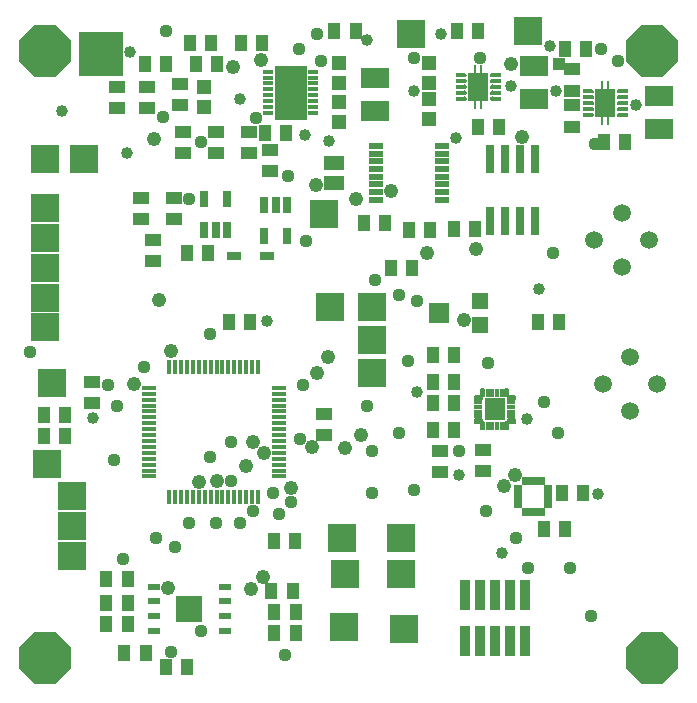
<source format=gts>
G75*
%MOIN*%
%OFA0B0*%
%FSLAX25Y25*%
%IPPOS*%
%LPD*%
%AMOC8*
5,1,8,0,0,1.08239X$1,22.5*
%
%ADD10R,0.05524X0.03950*%
%ADD11R,0.03950X0.05524*%
%ADD12R,0.04737X0.01981*%
%ADD13R,0.09461X0.07099*%
%ADD14R,0.04000X0.02400*%
%ADD15R,0.08674X0.08674*%
%ADD16R,0.03713X0.10249*%
%ADD17R,0.01666X0.04737*%
%ADD18R,0.04737X0.01666*%
%ADD19R,0.03110X0.01654*%
%ADD20C,0.00827*%
%ADD21R,0.02400X0.01600*%
%ADD22R,0.01115X0.14964*%
%ADD23R,0.06504X0.09449*%
%ADD24R,0.04400X0.07800*%
%ADD25C,0.05950*%
%ADD26R,0.03556X0.01784*%
%ADD27C,0.00104*%
%ADD28R,0.04737X0.05131*%
%ADD29R,0.01981X0.02572*%
%ADD30R,0.02572X0.01981*%
%ADD31R,0.06509X0.04737*%
%ADD32R,0.03162X0.05524*%
%ADD33R,0.05524X0.05524*%
%ADD34R,0.06706X0.07099*%
%ADD35R,0.04934X0.02965*%
%ADD36R,0.06863X0.07493*%
%ADD37R,0.01784X0.02769*%
%ADD38R,0.02769X0.01784*%
%ADD39C,0.00508*%
%ADD40R,0.03162X0.09461*%
%ADD41R,0.09800X0.09800*%
%ADD42C,0.04400*%
%ADD43C,0.04369*%
%ADD44C,0.04800*%
%ADD45OC8,0.17300*%
%ADD46C,0.03975*%
%ADD47R,0.14800X0.14800*%
%ADD48R,0.04400X0.04400*%
D10*
X0055076Y0108312D03*
X0055076Y0115398D03*
X0075217Y0155769D03*
X0075217Y0162855D03*
X0071217Y0169769D03*
X0071217Y0176855D03*
X0082217Y0176855D03*
X0082217Y0169769D03*
X0085217Y0191769D03*
X0085217Y0198855D03*
X0084217Y0207769D03*
X0084217Y0214855D03*
X0073217Y0213855D03*
X0073217Y0206769D03*
X0063217Y0206769D03*
X0063217Y0213855D03*
X0096217Y0198855D03*
X0096217Y0191769D03*
X0107217Y0191769D03*
X0107217Y0198855D03*
X0114217Y0192855D03*
X0114217Y0185769D03*
X0132217Y0104855D03*
X0132217Y0097769D03*
X0171076Y0092524D03*
X0171076Y0085438D03*
X0185217Y0085769D03*
X0185217Y0092855D03*
X0214957Y0200485D03*
X0214957Y0207572D03*
X0214997Y0212469D03*
X0214997Y0219556D03*
D11*
X0212611Y0226406D03*
X0219698Y0226406D03*
X0225674Y0195312D03*
X0232761Y0195312D03*
X0190761Y0200312D03*
X0183674Y0200312D03*
X0183792Y0232328D03*
X0176706Y0232328D03*
X0142824Y0232343D03*
X0135737Y0232343D03*
X0111761Y0228312D03*
X0104674Y0228312D03*
X0094761Y0228312D03*
X0096761Y0221312D03*
X0089674Y0221312D03*
X0087674Y0228312D03*
X0079761Y0221312D03*
X0072674Y0221312D03*
X0112674Y0198312D03*
X0119761Y0198312D03*
X0145674Y0168312D03*
X0152761Y0168312D03*
X0160721Y0166099D03*
X0167808Y0166099D03*
X0175674Y0166312D03*
X0182761Y0166312D03*
X0161761Y0153312D03*
X0154674Y0153312D03*
X0168674Y0124312D03*
X0175761Y0124312D03*
X0175761Y0115312D03*
X0175761Y0108312D03*
X0168674Y0108312D03*
X0168674Y0115312D03*
X0168674Y0099312D03*
X0175761Y0099312D03*
X0205674Y0066312D03*
X0212761Y0066312D03*
X0211674Y0078312D03*
X0218761Y0078312D03*
X0210761Y0135312D03*
X0203674Y0135312D03*
X0122761Y0062312D03*
X0115674Y0062312D03*
X0114784Y0045706D03*
X0115784Y0038706D03*
X0121871Y0045706D03*
X0122871Y0038706D03*
X0122871Y0031706D03*
X0115784Y0031706D03*
X0086761Y0020312D03*
X0079674Y0020312D03*
X0072863Y0025131D03*
X0065776Y0025131D03*
X0066871Y0034706D03*
X0066871Y0041706D03*
X0059784Y0041706D03*
X0059784Y0034706D03*
X0059784Y0049706D03*
X0066871Y0049706D03*
X0046091Y0097406D03*
X0046091Y0104359D03*
X0039005Y0104359D03*
X0039005Y0097406D03*
X0086674Y0158312D03*
X0093761Y0158312D03*
X0100674Y0135312D03*
X0107761Y0135312D03*
D12*
X0149761Y0176099D03*
X0149761Y0178658D03*
X0149761Y0181217D03*
X0149761Y0183776D03*
X0149761Y0186335D03*
X0149761Y0188894D03*
X0149761Y0191454D03*
X0149761Y0194013D03*
X0171808Y0194013D03*
X0171808Y0191454D03*
X0171808Y0188894D03*
X0171808Y0186335D03*
X0171808Y0183776D03*
X0171808Y0181217D03*
X0171808Y0178658D03*
X0171808Y0176099D03*
D13*
X0149217Y0205800D03*
X0149217Y0216824D03*
X0202217Y0220824D03*
X0202217Y0209800D03*
X0243997Y0210792D03*
X0243997Y0199769D03*
D14*
X0099178Y0047166D03*
X0099178Y0042206D03*
X0099178Y0037206D03*
X0099178Y0032245D03*
X0075556Y0032245D03*
X0075556Y0037206D03*
X0075556Y0042206D03*
X0075556Y0047166D03*
D15*
X0087367Y0039706D03*
D16*
X0179461Y0044312D03*
X0184461Y0044312D03*
X0189461Y0044312D03*
X0194461Y0044312D03*
X0199461Y0044312D03*
X0199461Y0028997D03*
X0194461Y0028997D03*
X0189461Y0028997D03*
X0184461Y0028997D03*
X0179461Y0028997D03*
D17*
X0110296Y0076989D03*
X0108328Y0076989D03*
X0106359Y0076989D03*
X0104391Y0076989D03*
X0102422Y0076989D03*
X0100454Y0076989D03*
X0098485Y0076989D03*
X0096517Y0076989D03*
X0094548Y0076989D03*
X0092580Y0076989D03*
X0090611Y0076989D03*
X0088643Y0076989D03*
X0086674Y0076989D03*
X0084706Y0076989D03*
X0082737Y0076989D03*
X0080769Y0076989D03*
X0080769Y0120296D03*
X0082737Y0120296D03*
X0084706Y0120296D03*
X0086674Y0120296D03*
X0088643Y0120296D03*
X0090611Y0120296D03*
X0092580Y0120296D03*
X0094548Y0120296D03*
X0096517Y0120296D03*
X0098485Y0120296D03*
X0100454Y0120296D03*
X0102422Y0120296D03*
X0104391Y0120296D03*
X0106359Y0120296D03*
X0108328Y0120296D03*
X0110296Y0120296D03*
D18*
X0117186Y0113406D03*
X0117186Y0111438D03*
X0117186Y0109469D03*
X0117186Y0107501D03*
X0117186Y0105532D03*
X0117186Y0103564D03*
X0117186Y0101595D03*
X0117186Y0099627D03*
X0117186Y0097658D03*
X0117186Y0095690D03*
X0117186Y0093721D03*
X0117186Y0091753D03*
X0117186Y0089784D03*
X0117186Y0087816D03*
X0117186Y0085847D03*
X0117186Y0083879D03*
X0073879Y0083879D03*
X0073879Y0085847D03*
X0073879Y0087816D03*
X0073879Y0089784D03*
X0073879Y0091753D03*
X0073879Y0093721D03*
X0073879Y0095690D03*
X0073879Y0097658D03*
X0073879Y0099627D03*
X0073879Y0101595D03*
X0073879Y0103564D03*
X0073879Y0105532D03*
X0073879Y0107501D03*
X0073879Y0109469D03*
X0073879Y0111438D03*
X0073879Y0113406D03*
D19*
X0177536Y0209863D03*
X0177536Y0211831D03*
X0177536Y0213800D03*
X0177536Y0215769D03*
X0177536Y0217737D03*
X0189938Y0217737D03*
X0189938Y0215769D03*
X0189938Y0213800D03*
X0189938Y0211831D03*
X0189938Y0209863D03*
X0219914Y0210328D03*
X0219914Y0212296D03*
X0219914Y0208359D03*
X0219914Y0206391D03*
X0219914Y0204422D03*
X0232316Y0204422D03*
X0232316Y0206391D03*
X0232316Y0208359D03*
X0232316Y0210328D03*
X0232316Y0212296D03*
D20*
X0230350Y0212296D02*
X0230352Y0212336D01*
X0230358Y0212376D01*
X0230368Y0212415D01*
X0230381Y0212453D01*
X0230399Y0212490D01*
X0230419Y0212524D01*
X0230443Y0212557D01*
X0230470Y0212587D01*
X0230500Y0212614D01*
X0230533Y0212638D01*
X0230567Y0212658D01*
X0230604Y0212676D01*
X0230642Y0212689D01*
X0230681Y0212699D01*
X0230721Y0212705D01*
X0230761Y0212707D01*
X0230801Y0212705D01*
X0230841Y0212699D01*
X0230880Y0212689D01*
X0230918Y0212676D01*
X0230955Y0212658D01*
X0230989Y0212638D01*
X0231022Y0212614D01*
X0231052Y0212587D01*
X0231079Y0212557D01*
X0231103Y0212524D01*
X0231123Y0212490D01*
X0231141Y0212453D01*
X0231154Y0212415D01*
X0231164Y0212376D01*
X0231170Y0212336D01*
X0231172Y0212296D01*
X0231170Y0212256D01*
X0231164Y0212216D01*
X0231154Y0212177D01*
X0231141Y0212139D01*
X0231123Y0212102D01*
X0231103Y0212068D01*
X0231079Y0212035D01*
X0231052Y0212005D01*
X0231022Y0211978D01*
X0230989Y0211954D01*
X0230955Y0211934D01*
X0230918Y0211916D01*
X0230880Y0211903D01*
X0230841Y0211893D01*
X0230801Y0211887D01*
X0230761Y0211885D01*
X0230721Y0211887D01*
X0230681Y0211893D01*
X0230642Y0211903D01*
X0230604Y0211916D01*
X0230567Y0211934D01*
X0230533Y0211954D01*
X0230500Y0211978D01*
X0230470Y0212005D01*
X0230443Y0212035D01*
X0230419Y0212068D01*
X0230399Y0212102D01*
X0230381Y0212139D01*
X0230368Y0212177D01*
X0230358Y0212216D01*
X0230352Y0212256D01*
X0230350Y0212296D01*
X0230350Y0210328D02*
X0230352Y0210368D01*
X0230358Y0210408D01*
X0230368Y0210447D01*
X0230381Y0210485D01*
X0230399Y0210522D01*
X0230419Y0210556D01*
X0230443Y0210589D01*
X0230470Y0210619D01*
X0230500Y0210646D01*
X0230533Y0210670D01*
X0230567Y0210690D01*
X0230604Y0210708D01*
X0230642Y0210721D01*
X0230681Y0210731D01*
X0230721Y0210737D01*
X0230761Y0210739D01*
X0230801Y0210737D01*
X0230841Y0210731D01*
X0230880Y0210721D01*
X0230918Y0210708D01*
X0230955Y0210690D01*
X0230989Y0210670D01*
X0231022Y0210646D01*
X0231052Y0210619D01*
X0231079Y0210589D01*
X0231103Y0210556D01*
X0231123Y0210522D01*
X0231141Y0210485D01*
X0231154Y0210447D01*
X0231164Y0210408D01*
X0231170Y0210368D01*
X0231172Y0210328D01*
X0231170Y0210288D01*
X0231164Y0210248D01*
X0231154Y0210209D01*
X0231141Y0210171D01*
X0231123Y0210134D01*
X0231103Y0210100D01*
X0231079Y0210067D01*
X0231052Y0210037D01*
X0231022Y0210010D01*
X0230989Y0209986D01*
X0230955Y0209966D01*
X0230918Y0209948D01*
X0230880Y0209935D01*
X0230841Y0209925D01*
X0230801Y0209919D01*
X0230761Y0209917D01*
X0230721Y0209919D01*
X0230681Y0209925D01*
X0230642Y0209935D01*
X0230604Y0209948D01*
X0230567Y0209966D01*
X0230533Y0209986D01*
X0230500Y0210010D01*
X0230470Y0210037D01*
X0230443Y0210067D01*
X0230419Y0210100D01*
X0230399Y0210134D01*
X0230381Y0210171D01*
X0230368Y0210209D01*
X0230358Y0210248D01*
X0230352Y0210288D01*
X0230350Y0210328D01*
X0230350Y0208359D02*
X0230352Y0208399D01*
X0230358Y0208439D01*
X0230368Y0208478D01*
X0230381Y0208516D01*
X0230399Y0208553D01*
X0230419Y0208587D01*
X0230443Y0208620D01*
X0230470Y0208650D01*
X0230500Y0208677D01*
X0230533Y0208701D01*
X0230567Y0208721D01*
X0230604Y0208739D01*
X0230642Y0208752D01*
X0230681Y0208762D01*
X0230721Y0208768D01*
X0230761Y0208770D01*
X0230801Y0208768D01*
X0230841Y0208762D01*
X0230880Y0208752D01*
X0230918Y0208739D01*
X0230955Y0208721D01*
X0230989Y0208701D01*
X0231022Y0208677D01*
X0231052Y0208650D01*
X0231079Y0208620D01*
X0231103Y0208587D01*
X0231123Y0208553D01*
X0231141Y0208516D01*
X0231154Y0208478D01*
X0231164Y0208439D01*
X0231170Y0208399D01*
X0231172Y0208359D01*
X0231170Y0208319D01*
X0231164Y0208279D01*
X0231154Y0208240D01*
X0231141Y0208202D01*
X0231123Y0208165D01*
X0231103Y0208131D01*
X0231079Y0208098D01*
X0231052Y0208068D01*
X0231022Y0208041D01*
X0230989Y0208017D01*
X0230955Y0207997D01*
X0230918Y0207979D01*
X0230880Y0207966D01*
X0230841Y0207956D01*
X0230801Y0207950D01*
X0230761Y0207948D01*
X0230721Y0207950D01*
X0230681Y0207956D01*
X0230642Y0207966D01*
X0230604Y0207979D01*
X0230567Y0207997D01*
X0230533Y0208017D01*
X0230500Y0208041D01*
X0230470Y0208068D01*
X0230443Y0208098D01*
X0230419Y0208131D01*
X0230399Y0208165D01*
X0230381Y0208202D01*
X0230368Y0208240D01*
X0230358Y0208279D01*
X0230352Y0208319D01*
X0230350Y0208359D01*
X0230350Y0206391D02*
X0230352Y0206431D01*
X0230358Y0206471D01*
X0230368Y0206510D01*
X0230381Y0206548D01*
X0230399Y0206585D01*
X0230419Y0206619D01*
X0230443Y0206652D01*
X0230470Y0206682D01*
X0230500Y0206709D01*
X0230533Y0206733D01*
X0230567Y0206753D01*
X0230604Y0206771D01*
X0230642Y0206784D01*
X0230681Y0206794D01*
X0230721Y0206800D01*
X0230761Y0206802D01*
X0230801Y0206800D01*
X0230841Y0206794D01*
X0230880Y0206784D01*
X0230918Y0206771D01*
X0230955Y0206753D01*
X0230989Y0206733D01*
X0231022Y0206709D01*
X0231052Y0206682D01*
X0231079Y0206652D01*
X0231103Y0206619D01*
X0231123Y0206585D01*
X0231141Y0206548D01*
X0231154Y0206510D01*
X0231164Y0206471D01*
X0231170Y0206431D01*
X0231172Y0206391D01*
X0231170Y0206351D01*
X0231164Y0206311D01*
X0231154Y0206272D01*
X0231141Y0206234D01*
X0231123Y0206197D01*
X0231103Y0206163D01*
X0231079Y0206130D01*
X0231052Y0206100D01*
X0231022Y0206073D01*
X0230989Y0206049D01*
X0230955Y0206029D01*
X0230918Y0206011D01*
X0230880Y0205998D01*
X0230841Y0205988D01*
X0230801Y0205982D01*
X0230761Y0205980D01*
X0230721Y0205982D01*
X0230681Y0205988D01*
X0230642Y0205998D01*
X0230604Y0206011D01*
X0230567Y0206029D01*
X0230533Y0206049D01*
X0230500Y0206073D01*
X0230470Y0206100D01*
X0230443Y0206130D01*
X0230419Y0206163D01*
X0230399Y0206197D01*
X0230381Y0206234D01*
X0230368Y0206272D01*
X0230358Y0206311D01*
X0230352Y0206351D01*
X0230350Y0206391D01*
X0230350Y0204422D02*
X0230352Y0204462D01*
X0230358Y0204502D01*
X0230368Y0204541D01*
X0230381Y0204579D01*
X0230399Y0204616D01*
X0230419Y0204650D01*
X0230443Y0204683D01*
X0230470Y0204713D01*
X0230500Y0204740D01*
X0230533Y0204764D01*
X0230567Y0204784D01*
X0230604Y0204802D01*
X0230642Y0204815D01*
X0230681Y0204825D01*
X0230721Y0204831D01*
X0230761Y0204833D01*
X0230801Y0204831D01*
X0230841Y0204825D01*
X0230880Y0204815D01*
X0230918Y0204802D01*
X0230955Y0204784D01*
X0230989Y0204764D01*
X0231022Y0204740D01*
X0231052Y0204713D01*
X0231079Y0204683D01*
X0231103Y0204650D01*
X0231123Y0204616D01*
X0231141Y0204579D01*
X0231154Y0204541D01*
X0231164Y0204502D01*
X0231170Y0204462D01*
X0231172Y0204422D01*
X0231170Y0204382D01*
X0231164Y0204342D01*
X0231154Y0204303D01*
X0231141Y0204265D01*
X0231123Y0204228D01*
X0231103Y0204194D01*
X0231079Y0204161D01*
X0231052Y0204131D01*
X0231022Y0204104D01*
X0230989Y0204080D01*
X0230955Y0204060D01*
X0230918Y0204042D01*
X0230880Y0204029D01*
X0230841Y0204019D01*
X0230801Y0204013D01*
X0230761Y0204011D01*
X0230721Y0204013D01*
X0230681Y0204019D01*
X0230642Y0204029D01*
X0230604Y0204042D01*
X0230567Y0204060D01*
X0230533Y0204080D01*
X0230500Y0204104D01*
X0230470Y0204131D01*
X0230443Y0204161D01*
X0230419Y0204194D01*
X0230399Y0204228D01*
X0230381Y0204265D01*
X0230368Y0204303D01*
X0230358Y0204342D01*
X0230352Y0204382D01*
X0230350Y0204422D01*
X0221058Y0204422D02*
X0221060Y0204462D01*
X0221066Y0204502D01*
X0221076Y0204541D01*
X0221089Y0204579D01*
X0221107Y0204616D01*
X0221127Y0204650D01*
X0221151Y0204683D01*
X0221178Y0204713D01*
X0221208Y0204740D01*
X0221241Y0204764D01*
X0221275Y0204784D01*
X0221312Y0204802D01*
X0221350Y0204815D01*
X0221389Y0204825D01*
X0221429Y0204831D01*
X0221469Y0204833D01*
X0221509Y0204831D01*
X0221549Y0204825D01*
X0221588Y0204815D01*
X0221626Y0204802D01*
X0221663Y0204784D01*
X0221697Y0204764D01*
X0221730Y0204740D01*
X0221760Y0204713D01*
X0221787Y0204683D01*
X0221811Y0204650D01*
X0221831Y0204616D01*
X0221849Y0204579D01*
X0221862Y0204541D01*
X0221872Y0204502D01*
X0221878Y0204462D01*
X0221880Y0204422D01*
X0221878Y0204382D01*
X0221872Y0204342D01*
X0221862Y0204303D01*
X0221849Y0204265D01*
X0221831Y0204228D01*
X0221811Y0204194D01*
X0221787Y0204161D01*
X0221760Y0204131D01*
X0221730Y0204104D01*
X0221697Y0204080D01*
X0221663Y0204060D01*
X0221626Y0204042D01*
X0221588Y0204029D01*
X0221549Y0204019D01*
X0221509Y0204013D01*
X0221469Y0204011D01*
X0221429Y0204013D01*
X0221389Y0204019D01*
X0221350Y0204029D01*
X0221312Y0204042D01*
X0221275Y0204060D01*
X0221241Y0204080D01*
X0221208Y0204104D01*
X0221178Y0204131D01*
X0221151Y0204161D01*
X0221127Y0204194D01*
X0221107Y0204228D01*
X0221089Y0204265D01*
X0221076Y0204303D01*
X0221066Y0204342D01*
X0221060Y0204382D01*
X0221058Y0204422D01*
X0221058Y0206391D02*
X0221060Y0206431D01*
X0221066Y0206471D01*
X0221076Y0206510D01*
X0221089Y0206548D01*
X0221107Y0206585D01*
X0221127Y0206619D01*
X0221151Y0206652D01*
X0221178Y0206682D01*
X0221208Y0206709D01*
X0221241Y0206733D01*
X0221275Y0206753D01*
X0221312Y0206771D01*
X0221350Y0206784D01*
X0221389Y0206794D01*
X0221429Y0206800D01*
X0221469Y0206802D01*
X0221509Y0206800D01*
X0221549Y0206794D01*
X0221588Y0206784D01*
X0221626Y0206771D01*
X0221663Y0206753D01*
X0221697Y0206733D01*
X0221730Y0206709D01*
X0221760Y0206682D01*
X0221787Y0206652D01*
X0221811Y0206619D01*
X0221831Y0206585D01*
X0221849Y0206548D01*
X0221862Y0206510D01*
X0221872Y0206471D01*
X0221878Y0206431D01*
X0221880Y0206391D01*
X0221878Y0206351D01*
X0221872Y0206311D01*
X0221862Y0206272D01*
X0221849Y0206234D01*
X0221831Y0206197D01*
X0221811Y0206163D01*
X0221787Y0206130D01*
X0221760Y0206100D01*
X0221730Y0206073D01*
X0221697Y0206049D01*
X0221663Y0206029D01*
X0221626Y0206011D01*
X0221588Y0205998D01*
X0221549Y0205988D01*
X0221509Y0205982D01*
X0221469Y0205980D01*
X0221429Y0205982D01*
X0221389Y0205988D01*
X0221350Y0205998D01*
X0221312Y0206011D01*
X0221275Y0206029D01*
X0221241Y0206049D01*
X0221208Y0206073D01*
X0221178Y0206100D01*
X0221151Y0206130D01*
X0221127Y0206163D01*
X0221107Y0206197D01*
X0221089Y0206234D01*
X0221076Y0206272D01*
X0221066Y0206311D01*
X0221060Y0206351D01*
X0221058Y0206391D01*
X0221058Y0208359D02*
X0221060Y0208399D01*
X0221066Y0208439D01*
X0221076Y0208478D01*
X0221089Y0208516D01*
X0221107Y0208553D01*
X0221127Y0208587D01*
X0221151Y0208620D01*
X0221178Y0208650D01*
X0221208Y0208677D01*
X0221241Y0208701D01*
X0221275Y0208721D01*
X0221312Y0208739D01*
X0221350Y0208752D01*
X0221389Y0208762D01*
X0221429Y0208768D01*
X0221469Y0208770D01*
X0221509Y0208768D01*
X0221549Y0208762D01*
X0221588Y0208752D01*
X0221626Y0208739D01*
X0221663Y0208721D01*
X0221697Y0208701D01*
X0221730Y0208677D01*
X0221760Y0208650D01*
X0221787Y0208620D01*
X0221811Y0208587D01*
X0221831Y0208553D01*
X0221849Y0208516D01*
X0221862Y0208478D01*
X0221872Y0208439D01*
X0221878Y0208399D01*
X0221880Y0208359D01*
X0221878Y0208319D01*
X0221872Y0208279D01*
X0221862Y0208240D01*
X0221849Y0208202D01*
X0221831Y0208165D01*
X0221811Y0208131D01*
X0221787Y0208098D01*
X0221760Y0208068D01*
X0221730Y0208041D01*
X0221697Y0208017D01*
X0221663Y0207997D01*
X0221626Y0207979D01*
X0221588Y0207966D01*
X0221549Y0207956D01*
X0221509Y0207950D01*
X0221469Y0207948D01*
X0221429Y0207950D01*
X0221389Y0207956D01*
X0221350Y0207966D01*
X0221312Y0207979D01*
X0221275Y0207997D01*
X0221241Y0208017D01*
X0221208Y0208041D01*
X0221178Y0208068D01*
X0221151Y0208098D01*
X0221127Y0208131D01*
X0221107Y0208165D01*
X0221089Y0208202D01*
X0221076Y0208240D01*
X0221066Y0208279D01*
X0221060Y0208319D01*
X0221058Y0208359D01*
X0221058Y0210328D02*
X0221060Y0210368D01*
X0221066Y0210408D01*
X0221076Y0210447D01*
X0221089Y0210485D01*
X0221107Y0210522D01*
X0221127Y0210556D01*
X0221151Y0210589D01*
X0221178Y0210619D01*
X0221208Y0210646D01*
X0221241Y0210670D01*
X0221275Y0210690D01*
X0221312Y0210708D01*
X0221350Y0210721D01*
X0221389Y0210731D01*
X0221429Y0210737D01*
X0221469Y0210739D01*
X0221509Y0210737D01*
X0221549Y0210731D01*
X0221588Y0210721D01*
X0221626Y0210708D01*
X0221663Y0210690D01*
X0221697Y0210670D01*
X0221730Y0210646D01*
X0221760Y0210619D01*
X0221787Y0210589D01*
X0221811Y0210556D01*
X0221831Y0210522D01*
X0221849Y0210485D01*
X0221862Y0210447D01*
X0221872Y0210408D01*
X0221878Y0210368D01*
X0221880Y0210328D01*
X0221878Y0210288D01*
X0221872Y0210248D01*
X0221862Y0210209D01*
X0221849Y0210171D01*
X0221831Y0210134D01*
X0221811Y0210100D01*
X0221787Y0210067D01*
X0221760Y0210037D01*
X0221730Y0210010D01*
X0221697Y0209986D01*
X0221663Y0209966D01*
X0221626Y0209948D01*
X0221588Y0209935D01*
X0221549Y0209925D01*
X0221509Y0209919D01*
X0221469Y0209917D01*
X0221429Y0209919D01*
X0221389Y0209925D01*
X0221350Y0209935D01*
X0221312Y0209948D01*
X0221275Y0209966D01*
X0221241Y0209986D01*
X0221208Y0210010D01*
X0221178Y0210037D01*
X0221151Y0210067D01*
X0221127Y0210100D01*
X0221107Y0210134D01*
X0221089Y0210171D01*
X0221076Y0210209D01*
X0221066Y0210248D01*
X0221060Y0210288D01*
X0221058Y0210328D01*
X0221058Y0212296D02*
X0221060Y0212336D01*
X0221066Y0212376D01*
X0221076Y0212415D01*
X0221089Y0212453D01*
X0221107Y0212490D01*
X0221127Y0212524D01*
X0221151Y0212557D01*
X0221178Y0212587D01*
X0221208Y0212614D01*
X0221241Y0212638D01*
X0221275Y0212658D01*
X0221312Y0212676D01*
X0221350Y0212689D01*
X0221389Y0212699D01*
X0221429Y0212705D01*
X0221469Y0212707D01*
X0221509Y0212705D01*
X0221549Y0212699D01*
X0221588Y0212689D01*
X0221626Y0212676D01*
X0221663Y0212658D01*
X0221697Y0212638D01*
X0221730Y0212614D01*
X0221760Y0212587D01*
X0221787Y0212557D01*
X0221811Y0212524D01*
X0221831Y0212490D01*
X0221849Y0212453D01*
X0221862Y0212415D01*
X0221872Y0212376D01*
X0221878Y0212336D01*
X0221880Y0212296D01*
X0221878Y0212256D01*
X0221872Y0212216D01*
X0221862Y0212177D01*
X0221849Y0212139D01*
X0221831Y0212102D01*
X0221811Y0212068D01*
X0221787Y0212035D01*
X0221760Y0212005D01*
X0221730Y0211978D01*
X0221697Y0211954D01*
X0221663Y0211934D01*
X0221626Y0211916D01*
X0221588Y0211903D01*
X0221549Y0211893D01*
X0221509Y0211887D01*
X0221469Y0211885D01*
X0221429Y0211887D01*
X0221389Y0211893D01*
X0221350Y0211903D01*
X0221312Y0211916D01*
X0221275Y0211934D01*
X0221241Y0211954D01*
X0221208Y0211978D01*
X0221178Y0212005D01*
X0221151Y0212035D01*
X0221127Y0212068D01*
X0221107Y0212102D01*
X0221089Y0212139D01*
X0221076Y0212177D01*
X0221066Y0212216D01*
X0221060Y0212256D01*
X0221058Y0212296D01*
X0187972Y0211831D02*
X0187974Y0211871D01*
X0187980Y0211911D01*
X0187990Y0211950D01*
X0188003Y0211988D01*
X0188021Y0212025D01*
X0188041Y0212059D01*
X0188065Y0212092D01*
X0188092Y0212122D01*
X0188122Y0212149D01*
X0188155Y0212173D01*
X0188189Y0212193D01*
X0188226Y0212211D01*
X0188264Y0212224D01*
X0188303Y0212234D01*
X0188343Y0212240D01*
X0188383Y0212242D01*
X0188423Y0212240D01*
X0188463Y0212234D01*
X0188502Y0212224D01*
X0188540Y0212211D01*
X0188577Y0212193D01*
X0188611Y0212173D01*
X0188644Y0212149D01*
X0188674Y0212122D01*
X0188701Y0212092D01*
X0188725Y0212059D01*
X0188745Y0212025D01*
X0188763Y0211988D01*
X0188776Y0211950D01*
X0188786Y0211911D01*
X0188792Y0211871D01*
X0188794Y0211831D01*
X0188792Y0211791D01*
X0188786Y0211751D01*
X0188776Y0211712D01*
X0188763Y0211674D01*
X0188745Y0211637D01*
X0188725Y0211603D01*
X0188701Y0211570D01*
X0188674Y0211540D01*
X0188644Y0211513D01*
X0188611Y0211489D01*
X0188577Y0211469D01*
X0188540Y0211451D01*
X0188502Y0211438D01*
X0188463Y0211428D01*
X0188423Y0211422D01*
X0188383Y0211420D01*
X0188343Y0211422D01*
X0188303Y0211428D01*
X0188264Y0211438D01*
X0188226Y0211451D01*
X0188189Y0211469D01*
X0188155Y0211489D01*
X0188122Y0211513D01*
X0188092Y0211540D01*
X0188065Y0211570D01*
X0188041Y0211603D01*
X0188021Y0211637D01*
X0188003Y0211674D01*
X0187990Y0211712D01*
X0187980Y0211751D01*
X0187974Y0211791D01*
X0187972Y0211831D01*
X0187972Y0209863D02*
X0187974Y0209903D01*
X0187980Y0209943D01*
X0187990Y0209982D01*
X0188003Y0210020D01*
X0188021Y0210057D01*
X0188041Y0210091D01*
X0188065Y0210124D01*
X0188092Y0210154D01*
X0188122Y0210181D01*
X0188155Y0210205D01*
X0188189Y0210225D01*
X0188226Y0210243D01*
X0188264Y0210256D01*
X0188303Y0210266D01*
X0188343Y0210272D01*
X0188383Y0210274D01*
X0188423Y0210272D01*
X0188463Y0210266D01*
X0188502Y0210256D01*
X0188540Y0210243D01*
X0188577Y0210225D01*
X0188611Y0210205D01*
X0188644Y0210181D01*
X0188674Y0210154D01*
X0188701Y0210124D01*
X0188725Y0210091D01*
X0188745Y0210057D01*
X0188763Y0210020D01*
X0188776Y0209982D01*
X0188786Y0209943D01*
X0188792Y0209903D01*
X0188794Y0209863D01*
X0188792Y0209823D01*
X0188786Y0209783D01*
X0188776Y0209744D01*
X0188763Y0209706D01*
X0188745Y0209669D01*
X0188725Y0209635D01*
X0188701Y0209602D01*
X0188674Y0209572D01*
X0188644Y0209545D01*
X0188611Y0209521D01*
X0188577Y0209501D01*
X0188540Y0209483D01*
X0188502Y0209470D01*
X0188463Y0209460D01*
X0188423Y0209454D01*
X0188383Y0209452D01*
X0188343Y0209454D01*
X0188303Y0209460D01*
X0188264Y0209470D01*
X0188226Y0209483D01*
X0188189Y0209501D01*
X0188155Y0209521D01*
X0188122Y0209545D01*
X0188092Y0209572D01*
X0188065Y0209602D01*
X0188041Y0209635D01*
X0188021Y0209669D01*
X0188003Y0209706D01*
X0187990Y0209744D01*
X0187980Y0209783D01*
X0187974Y0209823D01*
X0187972Y0209863D01*
X0187972Y0213800D02*
X0187974Y0213840D01*
X0187980Y0213880D01*
X0187990Y0213919D01*
X0188003Y0213957D01*
X0188021Y0213994D01*
X0188041Y0214028D01*
X0188065Y0214061D01*
X0188092Y0214091D01*
X0188122Y0214118D01*
X0188155Y0214142D01*
X0188189Y0214162D01*
X0188226Y0214180D01*
X0188264Y0214193D01*
X0188303Y0214203D01*
X0188343Y0214209D01*
X0188383Y0214211D01*
X0188423Y0214209D01*
X0188463Y0214203D01*
X0188502Y0214193D01*
X0188540Y0214180D01*
X0188577Y0214162D01*
X0188611Y0214142D01*
X0188644Y0214118D01*
X0188674Y0214091D01*
X0188701Y0214061D01*
X0188725Y0214028D01*
X0188745Y0213994D01*
X0188763Y0213957D01*
X0188776Y0213919D01*
X0188786Y0213880D01*
X0188792Y0213840D01*
X0188794Y0213800D01*
X0188792Y0213760D01*
X0188786Y0213720D01*
X0188776Y0213681D01*
X0188763Y0213643D01*
X0188745Y0213606D01*
X0188725Y0213572D01*
X0188701Y0213539D01*
X0188674Y0213509D01*
X0188644Y0213482D01*
X0188611Y0213458D01*
X0188577Y0213438D01*
X0188540Y0213420D01*
X0188502Y0213407D01*
X0188463Y0213397D01*
X0188423Y0213391D01*
X0188383Y0213389D01*
X0188343Y0213391D01*
X0188303Y0213397D01*
X0188264Y0213407D01*
X0188226Y0213420D01*
X0188189Y0213438D01*
X0188155Y0213458D01*
X0188122Y0213482D01*
X0188092Y0213509D01*
X0188065Y0213539D01*
X0188041Y0213572D01*
X0188021Y0213606D01*
X0188003Y0213643D01*
X0187990Y0213681D01*
X0187980Y0213720D01*
X0187974Y0213760D01*
X0187972Y0213800D01*
X0187972Y0215769D02*
X0187974Y0215809D01*
X0187980Y0215849D01*
X0187990Y0215888D01*
X0188003Y0215926D01*
X0188021Y0215963D01*
X0188041Y0215997D01*
X0188065Y0216030D01*
X0188092Y0216060D01*
X0188122Y0216087D01*
X0188155Y0216111D01*
X0188189Y0216131D01*
X0188226Y0216149D01*
X0188264Y0216162D01*
X0188303Y0216172D01*
X0188343Y0216178D01*
X0188383Y0216180D01*
X0188423Y0216178D01*
X0188463Y0216172D01*
X0188502Y0216162D01*
X0188540Y0216149D01*
X0188577Y0216131D01*
X0188611Y0216111D01*
X0188644Y0216087D01*
X0188674Y0216060D01*
X0188701Y0216030D01*
X0188725Y0215997D01*
X0188745Y0215963D01*
X0188763Y0215926D01*
X0188776Y0215888D01*
X0188786Y0215849D01*
X0188792Y0215809D01*
X0188794Y0215769D01*
X0188792Y0215729D01*
X0188786Y0215689D01*
X0188776Y0215650D01*
X0188763Y0215612D01*
X0188745Y0215575D01*
X0188725Y0215541D01*
X0188701Y0215508D01*
X0188674Y0215478D01*
X0188644Y0215451D01*
X0188611Y0215427D01*
X0188577Y0215407D01*
X0188540Y0215389D01*
X0188502Y0215376D01*
X0188463Y0215366D01*
X0188423Y0215360D01*
X0188383Y0215358D01*
X0188343Y0215360D01*
X0188303Y0215366D01*
X0188264Y0215376D01*
X0188226Y0215389D01*
X0188189Y0215407D01*
X0188155Y0215427D01*
X0188122Y0215451D01*
X0188092Y0215478D01*
X0188065Y0215508D01*
X0188041Y0215541D01*
X0188021Y0215575D01*
X0188003Y0215612D01*
X0187990Y0215650D01*
X0187980Y0215689D01*
X0187974Y0215729D01*
X0187972Y0215769D01*
X0187972Y0217737D02*
X0187974Y0217777D01*
X0187980Y0217817D01*
X0187990Y0217856D01*
X0188003Y0217894D01*
X0188021Y0217931D01*
X0188041Y0217965D01*
X0188065Y0217998D01*
X0188092Y0218028D01*
X0188122Y0218055D01*
X0188155Y0218079D01*
X0188189Y0218099D01*
X0188226Y0218117D01*
X0188264Y0218130D01*
X0188303Y0218140D01*
X0188343Y0218146D01*
X0188383Y0218148D01*
X0188423Y0218146D01*
X0188463Y0218140D01*
X0188502Y0218130D01*
X0188540Y0218117D01*
X0188577Y0218099D01*
X0188611Y0218079D01*
X0188644Y0218055D01*
X0188674Y0218028D01*
X0188701Y0217998D01*
X0188725Y0217965D01*
X0188745Y0217931D01*
X0188763Y0217894D01*
X0188776Y0217856D01*
X0188786Y0217817D01*
X0188792Y0217777D01*
X0188794Y0217737D01*
X0188792Y0217697D01*
X0188786Y0217657D01*
X0188776Y0217618D01*
X0188763Y0217580D01*
X0188745Y0217543D01*
X0188725Y0217509D01*
X0188701Y0217476D01*
X0188674Y0217446D01*
X0188644Y0217419D01*
X0188611Y0217395D01*
X0188577Y0217375D01*
X0188540Y0217357D01*
X0188502Y0217344D01*
X0188463Y0217334D01*
X0188423Y0217328D01*
X0188383Y0217326D01*
X0188343Y0217328D01*
X0188303Y0217334D01*
X0188264Y0217344D01*
X0188226Y0217357D01*
X0188189Y0217375D01*
X0188155Y0217395D01*
X0188122Y0217419D01*
X0188092Y0217446D01*
X0188065Y0217476D01*
X0188041Y0217509D01*
X0188021Y0217543D01*
X0188003Y0217580D01*
X0187990Y0217618D01*
X0187980Y0217657D01*
X0187974Y0217697D01*
X0187972Y0217737D01*
X0178680Y0217737D02*
X0178682Y0217777D01*
X0178688Y0217817D01*
X0178698Y0217856D01*
X0178711Y0217894D01*
X0178729Y0217931D01*
X0178749Y0217965D01*
X0178773Y0217998D01*
X0178800Y0218028D01*
X0178830Y0218055D01*
X0178863Y0218079D01*
X0178897Y0218099D01*
X0178934Y0218117D01*
X0178972Y0218130D01*
X0179011Y0218140D01*
X0179051Y0218146D01*
X0179091Y0218148D01*
X0179131Y0218146D01*
X0179171Y0218140D01*
X0179210Y0218130D01*
X0179248Y0218117D01*
X0179285Y0218099D01*
X0179319Y0218079D01*
X0179352Y0218055D01*
X0179382Y0218028D01*
X0179409Y0217998D01*
X0179433Y0217965D01*
X0179453Y0217931D01*
X0179471Y0217894D01*
X0179484Y0217856D01*
X0179494Y0217817D01*
X0179500Y0217777D01*
X0179502Y0217737D01*
X0179500Y0217697D01*
X0179494Y0217657D01*
X0179484Y0217618D01*
X0179471Y0217580D01*
X0179453Y0217543D01*
X0179433Y0217509D01*
X0179409Y0217476D01*
X0179382Y0217446D01*
X0179352Y0217419D01*
X0179319Y0217395D01*
X0179285Y0217375D01*
X0179248Y0217357D01*
X0179210Y0217344D01*
X0179171Y0217334D01*
X0179131Y0217328D01*
X0179091Y0217326D01*
X0179051Y0217328D01*
X0179011Y0217334D01*
X0178972Y0217344D01*
X0178934Y0217357D01*
X0178897Y0217375D01*
X0178863Y0217395D01*
X0178830Y0217419D01*
X0178800Y0217446D01*
X0178773Y0217476D01*
X0178749Y0217509D01*
X0178729Y0217543D01*
X0178711Y0217580D01*
X0178698Y0217618D01*
X0178688Y0217657D01*
X0178682Y0217697D01*
X0178680Y0217737D01*
X0178680Y0215769D02*
X0178682Y0215809D01*
X0178688Y0215849D01*
X0178698Y0215888D01*
X0178711Y0215926D01*
X0178729Y0215963D01*
X0178749Y0215997D01*
X0178773Y0216030D01*
X0178800Y0216060D01*
X0178830Y0216087D01*
X0178863Y0216111D01*
X0178897Y0216131D01*
X0178934Y0216149D01*
X0178972Y0216162D01*
X0179011Y0216172D01*
X0179051Y0216178D01*
X0179091Y0216180D01*
X0179131Y0216178D01*
X0179171Y0216172D01*
X0179210Y0216162D01*
X0179248Y0216149D01*
X0179285Y0216131D01*
X0179319Y0216111D01*
X0179352Y0216087D01*
X0179382Y0216060D01*
X0179409Y0216030D01*
X0179433Y0215997D01*
X0179453Y0215963D01*
X0179471Y0215926D01*
X0179484Y0215888D01*
X0179494Y0215849D01*
X0179500Y0215809D01*
X0179502Y0215769D01*
X0179500Y0215729D01*
X0179494Y0215689D01*
X0179484Y0215650D01*
X0179471Y0215612D01*
X0179453Y0215575D01*
X0179433Y0215541D01*
X0179409Y0215508D01*
X0179382Y0215478D01*
X0179352Y0215451D01*
X0179319Y0215427D01*
X0179285Y0215407D01*
X0179248Y0215389D01*
X0179210Y0215376D01*
X0179171Y0215366D01*
X0179131Y0215360D01*
X0179091Y0215358D01*
X0179051Y0215360D01*
X0179011Y0215366D01*
X0178972Y0215376D01*
X0178934Y0215389D01*
X0178897Y0215407D01*
X0178863Y0215427D01*
X0178830Y0215451D01*
X0178800Y0215478D01*
X0178773Y0215508D01*
X0178749Y0215541D01*
X0178729Y0215575D01*
X0178711Y0215612D01*
X0178698Y0215650D01*
X0178688Y0215689D01*
X0178682Y0215729D01*
X0178680Y0215769D01*
X0178680Y0213800D02*
X0178682Y0213840D01*
X0178688Y0213880D01*
X0178698Y0213919D01*
X0178711Y0213957D01*
X0178729Y0213994D01*
X0178749Y0214028D01*
X0178773Y0214061D01*
X0178800Y0214091D01*
X0178830Y0214118D01*
X0178863Y0214142D01*
X0178897Y0214162D01*
X0178934Y0214180D01*
X0178972Y0214193D01*
X0179011Y0214203D01*
X0179051Y0214209D01*
X0179091Y0214211D01*
X0179131Y0214209D01*
X0179171Y0214203D01*
X0179210Y0214193D01*
X0179248Y0214180D01*
X0179285Y0214162D01*
X0179319Y0214142D01*
X0179352Y0214118D01*
X0179382Y0214091D01*
X0179409Y0214061D01*
X0179433Y0214028D01*
X0179453Y0213994D01*
X0179471Y0213957D01*
X0179484Y0213919D01*
X0179494Y0213880D01*
X0179500Y0213840D01*
X0179502Y0213800D01*
X0179500Y0213760D01*
X0179494Y0213720D01*
X0179484Y0213681D01*
X0179471Y0213643D01*
X0179453Y0213606D01*
X0179433Y0213572D01*
X0179409Y0213539D01*
X0179382Y0213509D01*
X0179352Y0213482D01*
X0179319Y0213458D01*
X0179285Y0213438D01*
X0179248Y0213420D01*
X0179210Y0213407D01*
X0179171Y0213397D01*
X0179131Y0213391D01*
X0179091Y0213389D01*
X0179051Y0213391D01*
X0179011Y0213397D01*
X0178972Y0213407D01*
X0178934Y0213420D01*
X0178897Y0213438D01*
X0178863Y0213458D01*
X0178830Y0213482D01*
X0178800Y0213509D01*
X0178773Y0213539D01*
X0178749Y0213572D01*
X0178729Y0213606D01*
X0178711Y0213643D01*
X0178698Y0213681D01*
X0178688Y0213720D01*
X0178682Y0213760D01*
X0178680Y0213800D01*
X0178680Y0211831D02*
X0178682Y0211871D01*
X0178688Y0211911D01*
X0178698Y0211950D01*
X0178711Y0211988D01*
X0178729Y0212025D01*
X0178749Y0212059D01*
X0178773Y0212092D01*
X0178800Y0212122D01*
X0178830Y0212149D01*
X0178863Y0212173D01*
X0178897Y0212193D01*
X0178934Y0212211D01*
X0178972Y0212224D01*
X0179011Y0212234D01*
X0179051Y0212240D01*
X0179091Y0212242D01*
X0179131Y0212240D01*
X0179171Y0212234D01*
X0179210Y0212224D01*
X0179248Y0212211D01*
X0179285Y0212193D01*
X0179319Y0212173D01*
X0179352Y0212149D01*
X0179382Y0212122D01*
X0179409Y0212092D01*
X0179433Y0212059D01*
X0179453Y0212025D01*
X0179471Y0211988D01*
X0179484Y0211950D01*
X0179494Y0211911D01*
X0179500Y0211871D01*
X0179502Y0211831D01*
X0179500Y0211791D01*
X0179494Y0211751D01*
X0179484Y0211712D01*
X0179471Y0211674D01*
X0179453Y0211637D01*
X0179433Y0211603D01*
X0179409Y0211570D01*
X0179382Y0211540D01*
X0179352Y0211513D01*
X0179319Y0211489D01*
X0179285Y0211469D01*
X0179248Y0211451D01*
X0179210Y0211438D01*
X0179171Y0211428D01*
X0179131Y0211422D01*
X0179091Y0211420D01*
X0179051Y0211422D01*
X0179011Y0211428D01*
X0178972Y0211438D01*
X0178934Y0211451D01*
X0178897Y0211469D01*
X0178863Y0211489D01*
X0178830Y0211513D01*
X0178800Y0211540D01*
X0178773Y0211570D01*
X0178749Y0211603D01*
X0178729Y0211637D01*
X0178711Y0211674D01*
X0178698Y0211712D01*
X0178688Y0211751D01*
X0178682Y0211791D01*
X0178680Y0211831D01*
X0178680Y0209863D02*
X0178682Y0209903D01*
X0178688Y0209943D01*
X0178698Y0209982D01*
X0178711Y0210020D01*
X0178729Y0210057D01*
X0178749Y0210091D01*
X0178773Y0210124D01*
X0178800Y0210154D01*
X0178830Y0210181D01*
X0178863Y0210205D01*
X0178897Y0210225D01*
X0178934Y0210243D01*
X0178972Y0210256D01*
X0179011Y0210266D01*
X0179051Y0210272D01*
X0179091Y0210274D01*
X0179131Y0210272D01*
X0179171Y0210266D01*
X0179210Y0210256D01*
X0179248Y0210243D01*
X0179285Y0210225D01*
X0179319Y0210205D01*
X0179352Y0210181D01*
X0179382Y0210154D01*
X0179409Y0210124D01*
X0179433Y0210091D01*
X0179453Y0210057D01*
X0179471Y0210020D01*
X0179484Y0209982D01*
X0179494Y0209943D01*
X0179500Y0209903D01*
X0179502Y0209863D01*
X0179500Y0209823D01*
X0179494Y0209783D01*
X0179484Y0209744D01*
X0179471Y0209706D01*
X0179453Y0209669D01*
X0179433Y0209635D01*
X0179409Y0209602D01*
X0179382Y0209572D01*
X0179352Y0209545D01*
X0179319Y0209521D01*
X0179285Y0209501D01*
X0179248Y0209483D01*
X0179210Y0209470D01*
X0179171Y0209460D01*
X0179131Y0209454D01*
X0179091Y0209452D01*
X0179051Y0209454D01*
X0179011Y0209460D01*
X0178972Y0209470D01*
X0178934Y0209483D01*
X0178897Y0209501D01*
X0178863Y0209521D01*
X0178830Y0209545D01*
X0178800Y0209572D01*
X0178773Y0209602D01*
X0178749Y0209635D01*
X0178729Y0209669D01*
X0178711Y0209706D01*
X0178698Y0209744D01*
X0178688Y0209783D01*
X0178682Y0209823D01*
X0178680Y0209863D01*
D21*
X0177209Y0209860D03*
X0177220Y0211834D03*
X0177220Y0213797D03*
X0177204Y0215766D03*
X0177204Y0217738D03*
X0190265Y0217732D03*
X0190278Y0215763D03*
X0190265Y0213806D03*
X0190270Y0211834D03*
X0190270Y0209863D03*
X0219582Y0210325D03*
X0219598Y0208356D03*
X0219598Y0206393D03*
X0219587Y0204419D03*
X0219582Y0212297D03*
X0232643Y0212291D03*
X0232656Y0210322D03*
X0232643Y0208365D03*
X0232648Y0206393D03*
X0232648Y0204422D03*
D22*
X0227110Y0208374D03*
X0225133Y0208359D03*
X0184732Y0213815D03*
X0182755Y0213800D03*
D23*
X0183734Y0213802D03*
X0226112Y0208361D03*
D24*
X0226122Y0208417D03*
X0183744Y0213858D03*
D25*
X0231509Y0171725D03*
X0240540Y0162698D03*
X0231509Y0153670D03*
X0222477Y0162698D03*
X0234249Y0123733D03*
X0243280Y0114706D03*
X0234249Y0105678D03*
X0225217Y0114706D03*
D26*
X0128556Y0205040D03*
X0128556Y0207009D03*
X0128556Y0208977D03*
X0128556Y0210946D03*
X0128556Y0212914D03*
X0128556Y0214883D03*
X0128556Y0216851D03*
X0128556Y0218820D03*
X0113595Y0218820D03*
X0113595Y0216851D03*
X0113595Y0214883D03*
X0113595Y0212914D03*
X0113595Y0210946D03*
X0113595Y0208928D03*
X0113595Y0207009D03*
X0113595Y0204991D03*
D27*
X0115925Y0203039D02*
X0126227Y0203039D01*
X0115925Y0203039D02*
X0115925Y0220821D01*
X0126227Y0220821D01*
X0126227Y0203039D01*
X0126227Y0203142D02*
X0115925Y0203142D01*
X0115925Y0203245D02*
X0126227Y0203245D01*
X0126227Y0203348D02*
X0115925Y0203348D01*
X0115925Y0203451D02*
X0126227Y0203451D01*
X0126227Y0203554D02*
X0115925Y0203554D01*
X0115925Y0203657D02*
X0126227Y0203657D01*
X0126227Y0203760D02*
X0115925Y0203760D01*
X0115925Y0203863D02*
X0126227Y0203863D01*
X0126227Y0203966D02*
X0115925Y0203966D01*
X0115925Y0204069D02*
X0126227Y0204069D01*
X0126227Y0204172D02*
X0115925Y0204172D01*
X0115925Y0204275D02*
X0126227Y0204275D01*
X0126227Y0204378D02*
X0115925Y0204378D01*
X0115925Y0204481D02*
X0126227Y0204481D01*
X0126227Y0204584D02*
X0115925Y0204584D01*
X0115925Y0204687D02*
X0126227Y0204687D01*
X0126227Y0204790D02*
X0115925Y0204790D01*
X0115925Y0204893D02*
X0126227Y0204893D01*
X0126227Y0204996D02*
X0115925Y0204996D01*
X0115925Y0205099D02*
X0126227Y0205099D01*
X0126227Y0205202D02*
X0115925Y0205202D01*
X0115925Y0205305D02*
X0126227Y0205305D01*
X0126227Y0205408D02*
X0115925Y0205408D01*
X0115925Y0205511D02*
X0126227Y0205511D01*
X0126227Y0205614D02*
X0115925Y0205614D01*
X0115925Y0205717D02*
X0126227Y0205717D01*
X0126227Y0205820D02*
X0115925Y0205820D01*
X0115925Y0205923D02*
X0126227Y0205923D01*
X0126227Y0206026D02*
X0115925Y0206026D01*
X0115925Y0206129D02*
X0126227Y0206129D01*
X0126227Y0206232D02*
X0115925Y0206232D01*
X0115925Y0206335D02*
X0126227Y0206335D01*
X0126227Y0206438D02*
X0115925Y0206438D01*
X0115925Y0206541D02*
X0126227Y0206541D01*
X0126227Y0206644D02*
X0115925Y0206644D01*
X0115925Y0206747D02*
X0126227Y0206747D01*
X0126227Y0206850D02*
X0115925Y0206850D01*
X0115925Y0206953D02*
X0126227Y0206953D01*
X0126227Y0207056D02*
X0115925Y0207056D01*
X0115925Y0207159D02*
X0126227Y0207159D01*
X0126227Y0207262D02*
X0115925Y0207262D01*
X0115925Y0207365D02*
X0126227Y0207365D01*
X0126227Y0207468D02*
X0115925Y0207468D01*
X0115925Y0207571D02*
X0126227Y0207571D01*
X0126227Y0207674D02*
X0115925Y0207674D01*
X0115925Y0207777D02*
X0126227Y0207777D01*
X0126227Y0207880D02*
X0115925Y0207880D01*
X0115925Y0207983D02*
X0126227Y0207983D01*
X0126227Y0208086D02*
X0115925Y0208086D01*
X0115925Y0208189D02*
X0126227Y0208189D01*
X0126227Y0208292D02*
X0115925Y0208292D01*
X0115925Y0208395D02*
X0126227Y0208395D01*
X0126227Y0208498D02*
X0115925Y0208498D01*
X0115925Y0208601D02*
X0126227Y0208601D01*
X0126227Y0208704D02*
X0115925Y0208704D01*
X0115925Y0208807D02*
X0126227Y0208807D01*
X0126227Y0208910D02*
X0115925Y0208910D01*
X0115925Y0209013D02*
X0126227Y0209013D01*
X0126227Y0209116D02*
X0115925Y0209116D01*
X0115925Y0209219D02*
X0126227Y0209219D01*
X0126227Y0209322D02*
X0115925Y0209322D01*
X0115925Y0209425D02*
X0126227Y0209425D01*
X0126227Y0209528D02*
X0115925Y0209528D01*
X0115925Y0209631D02*
X0126227Y0209631D01*
X0126227Y0209734D02*
X0115925Y0209734D01*
X0115925Y0209837D02*
X0126227Y0209837D01*
X0126227Y0209940D02*
X0115925Y0209940D01*
X0115925Y0210043D02*
X0126227Y0210043D01*
X0126227Y0210146D02*
X0115925Y0210146D01*
X0115925Y0210249D02*
X0126227Y0210249D01*
X0126227Y0210352D02*
X0115925Y0210352D01*
X0115925Y0210455D02*
X0126227Y0210455D01*
X0126227Y0210558D02*
X0115925Y0210558D01*
X0115925Y0210661D02*
X0126227Y0210661D01*
X0126227Y0210764D02*
X0115925Y0210764D01*
X0115925Y0210867D02*
X0126227Y0210867D01*
X0126227Y0210970D02*
X0115925Y0210970D01*
X0115925Y0211073D02*
X0126227Y0211073D01*
X0126227Y0211176D02*
X0115925Y0211176D01*
X0115925Y0211279D02*
X0126227Y0211279D01*
X0126227Y0211382D02*
X0115925Y0211382D01*
X0115925Y0211485D02*
X0126227Y0211485D01*
X0126227Y0211588D02*
X0115925Y0211588D01*
X0115925Y0211691D02*
X0126227Y0211691D01*
X0126227Y0211794D02*
X0115925Y0211794D01*
X0115925Y0211897D02*
X0126227Y0211897D01*
X0126227Y0212000D02*
X0115925Y0212000D01*
X0115925Y0212103D02*
X0126227Y0212103D01*
X0126227Y0212206D02*
X0115925Y0212206D01*
X0115925Y0212309D02*
X0126227Y0212309D01*
X0126227Y0212412D02*
X0115925Y0212412D01*
X0115925Y0212515D02*
X0126227Y0212515D01*
X0126227Y0212618D02*
X0115925Y0212618D01*
X0115925Y0212721D02*
X0126227Y0212721D01*
X0126227Y0212824D02*
X0115925Y0212824D01*
X0115925Y0212927D02*
X0126227Y0212927D01*
X0126227Y0213030D02*
X0115925Y0213030D01*
X0115925Y0213133D02*
X0126227Y0213133D01*
X0126227Y0213236D02*
X0115925Y0213236D01*
X0115925Y0213339D02*
X0126227Y0213339D01*
X0126227Y0213442D02*
X0115925Y0213442D01*
X0115925Y0213545D02*
X0126227Y0213545D01*
X0126227Y0213648D02*
X0115925Y0213648D01*
X0115925Y0213751D02*
X0126227Y0213751D01*
X0126227Y0213854D02*
X0115925Y0213854D01*
X0115925Y0213957D02*
X0126227Y0213957D01*
X0126227Y0214060D02*
X0115925Y0214060D01*
X0115925Y0214163D02*
X0126227Y0214163D01*
X0126227Y0214266D02*
X0115925Y0214266D01*
X0115925Y0214369D02*
X0126227Y0214369D01*
X0126227Y0214472D02*
X0115925Y0214472D01*
X0115925Y0214575D02*
X0126227Y0214575D01*
X0126227Y0214678D02*
X0115925Y0214678D01*
X0115925Y0214781D02*
X0126227Y0214781D01*
X0126227Y0214884D02*
X0115925Y0214884D01*
X0115925Y0214987D02*
X0126227Y0214987D01*
X0126227Y0215090D02*
X0115925Y0215090D01*
X0115925Y0215193D02*
X0126227Y0215193D01*
X0126227Y0215296D02*
X0115925Y0215296D01*
X0115925Y0215399D02*
X0126227Y0215399D01*
X0126227Y0215502D02*
X0115925Y0215502D01*
X0115925Y0215605D02*
X0126227Y0215605D01*
X0126227Y0215708D02*
X0115925Y0215708D01*
X0115925Y0215811D02*
X0126227Y0215811D01*
X0126227Y0215914D02*
X0115925Y0215914D01*
X0115925Y0216017D02*
X0126227Y0216017D01*
X0126227Y0216120D02*
X0115925Y0216120D01*
X0115925Y0216223D02*
X0126227Y0216223D01*
X0126227Y0216326D02*
X0115925Y0216326D01*
X0115925Y0216429D02*
X0126227Y0216429D01*
X0126227Y0216532D02*
X0115925Y0216532D01*
X0115925Y0216635D02*
X0126227Y0216635D01*
X0126227Y0216738D02*
X0115925Y0216738D01*
X0115925Y0216841D02*
X0126227Y0216841D01*
X0126227Y0216944D02*
X0115925Y0216944D01*
X0115925Y0217047D02*
X0126227Y0217047D01*
X0126227Y0217150D02*
X0115925Y0217150D01*
X0115925Y0217253D02*
X0126227Y0217253D01*
X0126227Y0217356D02*
X0115925Y0217356D01*
X0115925Y0217459D02*
X0126227Y0217459D01*
X0126227Y0217562D02*
X0115925Y0217562D01*
X0115925Y0217665D02*
X0126227Y0217665D01*
X0126227Y0217768D02*
X0115925Y0217768D01*
X0115925Y0217871D02*
X0126227Y0217871D01*
X0126227Y0217974D02*
X0115925Y0217974D01*
X0115925Y0218077D02*
X0126227Y0218077D01*
X0126227Y0218180D02*
X0115925Y0218180D01*
X0115925Y0218283D02*
X0126227Y0218283D01*
X0126227Y0218386D02*
X0115925Y0218386D01*
X0115925Y0218489D02*
X0126227Y0218489D01*
X0126227Y0218592D02*
X0115925Y0218592D01*
X0115925Y0218695D02*
X0126227Y0218695D01*
X0126227Y0218798D02*
X0115925Y0218798D01*
X0115925Y0218901D02*
X0126227Y0218901D01*
X0126227Y0219004D02*
X0115925Y0219004D01*
X0115925Y0219107D02*
X0126227Y0219107D01*
X0126227Y0219210D02*
X0115925Y0219210D01*
X0115925Y0219313D02*
X0126227Y0219313D01*
X0126227Y0219416D02*
X0115925Y0219416D01*
X0115925Y0219519D02*
X0126227Y0219519D01*
X0126227Y0219622D02*
X0115925Y0219622D01*
X0115925Y0219725D02*
X0126227Y0219725D01*
X0126227Y0219828D02*
X0115925Y0219828D01*
X0115925Y0219931D02*
X0126227Y0219931D01*
X0126227Y0220034D02*
X0115925Y0220034D01*
X0115925Y0220137D02*
X0126227Y0220137D01*
X0126227Y0220240D02*
X0115925Y0220240D01*
X0115925Y0220343D02*
X0126227Y0220343D01*
X0126227Y0220446D02*
X0115925Y0220446D01*
X0115925Y0220549D02*
X0126227Y0220549D01*
X0126227Y0220652D02*
X0115925Y0220652D01*
X0115925Y0220755D02*
X0126227Y0220755D01*
D28*
X0137217Y0221658D03*
X0137217Y0214965D03*
X0137217Y0208658D03*
X0137217Y0201965D03*
X0167217Y0202965D03*
X0167217Y0209658D03*
X0167217Y0214965D03*
X0167217Y0221658D03*
X0092217Y0213658D03*
X0092217Y0206965D03*
D29*
X0199170Y0082237D03*
X0201139Y0082237D03*
X0203107Y0082237D03*
X0205076Y0082237D03*
X0205076Y0072198D03*
X0203107Y0072198D03*
X0201139Y0072198D03*
X0199170Y0072198D03*
D30*
X0197103Y0074265D03*
X0197103Y0076233D03*
X0197103Y0078202D03*
X0197103Y0080170D03*
X0207143Y0080170D03*
X0207143Y0078202D03*
X0207143Y0076233D03*
X0207143Y0074265D03*
D31*
X0135643Y0181847D03*
X0135643Y0188304D03*
D32*
X0119957Y0174454D03*
X0116217Y0174454D03*
X0112477Y0174454D03*
X0112477Y0164170D03*
X0119957Y0164170D03*
X0099957Y0166170D03*
X0096217Y0166170D03*
X0092477Y0166170D03*
X0092477Y0176454D03*
X0099957Y0176454D03*
D33*
X0184217Y0142383D03*
X0184217Y0134312D03*
D34*
X0170792Y0138406D03*
D35*
X0113241Y0157312D03*
X0102217Y0157312D03*
D36*
X0189217Y0106312D03*
D37*
X0188430Y0111824D03*
X0190005Y0111824D03*
X0191580Y0111824D03*
X0186855Y0111824D03*
X0186855Y0100800D03*
X0188430Y0100800D03*
X0190005Y0100800D03*
X0191580Y0100800D03*
D38*
X0194729Y0103950D03*
X0194729Y0105524D03*
X0194729Y0107099D03*
X0194729Y0108674D03*
X0183706Y0108674D03*
X0183706Y0107099D03*
X0183706Y0105524D03*
X0183706Y0103950D03*
D39*
X0182576Y0102914D02*
X0182576Y0101836D01*
X0182576Y0102914D02*
X0184836Y0102914D01*
X0184836Y0101836D01*
X0182576Y0101836D01*
X0182576Y0102343D02*
X0184836Y0102343D01*
X0184836Y0102850D02*
X0182576Y0102850D01*
X0184741Y0101930D02*
X0185819Y0101930D01*
X0185819Y0099670D01*
X0184741Y0099670D01*
X0184741Y0101930D01*
X0184741Y0100177D02*
X0185819Y0100177D01*
X0185819Y0100684D02*
X0184741Y0100684D01*
X0184741Y0101191D02*
X0185819Y0101191D01*
X0185819Y0101698D02*
X0184741Y0101698D01*
X0192615Y0101930D02*
X0193693Y0101930D01*
X0193693Y0099670D01*
X0192615Y0099670D01*
X0192615Y0101930D01*
X0192615Y0100177D02*
X0193693Y0100177D01*
X0193693Y0100684D02*
X0192615Y0100684D01*
X0192615Y0101191D02*
X0193693Y0101191D01*
X0193693Y0101698D02*
X0192615Y0101698D01*
X0195859Y0101836D02*
X0195859Y0102914D01*
X0195859Y0101836D02*
X0193599Y0101836D01*
X0193599Y0102914D01*
X0195859Y0102914D01*
X0195859Y0102343D02*
X0193599Y0102343D01*
X0193599Y0102850D02*
X0195859Y0102850D01*
X0193599Y0109710D02*
X0193599Y0110788D01*
X0195859Y0110788D01*
X0195859Y0109710D01*
X0193599Y0109710D01*
X0193599Y0110217D02*
X0195859Y0110217D01*
X0195859Y0110724D02*
X0193599Y0110724D01*
X0193693Y0112954D02*
X0192615Y0112954D01*
X0193693Y0112954D02*
X0193693Y0110694D01*
X0192615Y0110694D01*
X0192615Y0112954D01*
X0192615Y0111201D02*
X0193693Y0111201D01*
X0193693Y0111708D02*
X0192615Y0111708D01*
X0192615Y0112215D02*
X0193693Y0112215D01*
X0193693Y0112722D02*
X0192615Y0112722D01*
X0185819Y0110694D02*
X0184741Y0110694D01*
X0184741Y0112954D01*
X0185819Y0112954D01*
X0185819Y0110694D01*
X0185819Y0111201D02*
X0184741Y0111201D01*
X0184741Y0111708D02*
X0185819Y0111708D01*
X0185819Y0112215D02*
X0184741Y0112215D01*
X0184741Y0112722D02*
X0185819Y0112722D01*
X0182576Y0110788D02*
X0182576Y0109710D01*
X0182576Y0110788D02*
X0184836Y0110788D01*
X0184836Y0109710D01*
X0182576Y0109710D01*
X0182576Y0110217D02*
X0184836Y0110217D01*
X0184836Y0110724D02*
X0182576Y0110724D01*
D40*
X0187717Y0169076D03*
X0192717Y0169076D03*
X0197717Y0169076D03*
X0202717Y0169076D03*
X0202717Y0189548D03*
X0197717Y0189548D03*
X0192717Y0189548D03*
X0187717Y0189548D03*
D41*
X0200217Y0232312D03*
X0161217Y0231312D03*
X0132217Y0171312D03*
X0134217Y0140312D03*
X0148217Y0140312D03*
X0148217Y0129312D03*
X0148217Y0118312D03*
X0158076Y0063312D03*
X0158076Y0051343D03*
X0158918Y0032942D03*
X0139076Y0033721D03*
X0139217Y0051343D03*
X0138233Y0063312D03*
X0048469Y0067485D03*
X0048469Y0077485D03*
X0039918Y0088170D03*
X0041776Y0115170D03*
X0039454Y0133540D03*
X0039296Y0143383D03*
X0039217Y0153312D03*
X0039217Y0163312D03*
X0039217Y0173312D03*
X0039186Y0189595D03*
X0052186Y0189595D03*
X0048469Y0057485D03*
D42*
X0120162Y0183981D03*
X0109650Y0203220D03*
X0124099Y0226304D03*
X0130005Y0231225D03*
X0162485Y0223351D03*
X0222524Y0194808D03*
X0224493Y0226304D03*
X0208808Y0158312D03*
X0187107Y0121721D03*
X0078619Y0203682D03*
X0079808Y0232209D03*
D43*
X0091217Y0195312D03*
X0087217Y0176312D03*
X0126217Y0162312D03*
X0149217Y0149312D03*
X0157217Y0144312D03*
X0163217Y0142312D03*
X0160217Y0122312D03*
X0146737Y0107209D03*
X0157217Y0098312D03*
X0148217Y0092312D03*
X0148217Y0078312D03*
X0162217Y0079312D03*
X0177217Y0092312D03*
X0186217Y0072312D03*
X0196217Y0063312D03*
X0200217Y0053312D03*
X0214217Y0053312D03*
X0221217Y0037312D03*
X0210217Y0098312D03*
X0205539Y0108633D03*
X0125217Y0114312D03*
X0124217Y0096312D03*
X0115217Y0078312D03*
X0121217Y0075312D03*
X0117217Y0071312D03*
X0108713Y0072446D03*
X0104217Y0068312D03*
X0096217Y0068312D03*
X0087447Y0068398D03*
X0082737Y0060485D03*
X0076162Y0063209D03*
X0065217Y0056312D03*
X0091217Y0032312D03*
X0081217Y0025312D03*
X0119217Y0024312D03*
X0101217Y0082312D03*
X0094217Y0090312D03*
X0101217Y0095312D03*
X0072217Y0120312D03*
X0060217Y0114312D03*
X0063217Y0107312D03*
X0062217Y0089312D03*
X0034217Y0125312D03*
X0094217Y0131312D03*
X0131217Y0222312D03*
X0184217Y0223312D03*
X0230217Y0222312D03*
D44*
X0198217Y0197162D03*
X0194617Y0221462D03*
X0154567Y0179162D03*
X0142867Y0176462D03*
X0129817Y0180962D03*
X0166717Y0158462D03*
X0182917Y0159812D03*
X0178867Y0135962D03*
X0144667Y0097712D03*
X0139267Y0093212D03*
X0128317Y0093662D03*
X0121267Y0080162D03*
X0112267Y0091862D03*
X0108667Y0095462D03*
X0106417Y0087362D03*
X0096517Y0082412D03*
X0090667Y0081962D03*
X0111967Y0050262D03*
X0108017Y0046262D03*
X0080317Y0046862D03*
X0069067Y0114812D03*
X0081217Y0125612D03*
X0077167Y0142712D03*
X0075767Y0196362D03*
X0101872Y0220316D03*
X0111367Y0222812D03*
X0133517Y0123862D03*
X0129917Y0118262D03*
X0192367Y0080612D03*
X0195967Y0084212D03*
D45*
X0039217Y0023312D03*
X0039217Y0225812D03*
X0241717Y0225812D03*
X0241717Y0023312D03*
D46*
X0191603Y0058446D03*
X0177265Y0084335D03*
X0199902Y0103020D03*
X0223635Y0078178D03*
X0163485Y0111894D03*
X0203855Y0146375D03*
X0176170Y0196808D03*
X0162485Y0212524D03*
X0171343Y0231225D03*
X0194526Y0213898D03*
X0209729Y0212524D03*
X0207761Y0227288D03*
X0236304Y0207603D03*
X0146737Y0229257D03*
X0126068Y0197761D03*
X0133942Y0195792D03*
X0104336Y0209728D03*
X0067776Y0225288D03*
X0044902Y0205635D03*
X0066713Y0191855D03*
X0113272Y0135753D03*
X0055202Y0103272D03*
D47*
X0058028Y0224792D03*
D48*
X0210713Y0221383D03*
M02*

</source>
